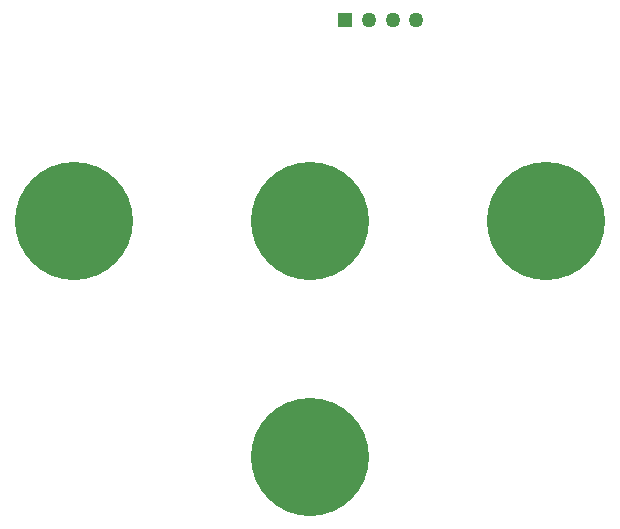
<source format=gbr>
G04 #@! TF.GenerationSoftware,KiCad,Pcbnew,(5.0.2)-1*
G04 #@! TF.CreationDate,2019-03-05T23:48:00-05:00*
G04 #@! TF.ProjectId,bikesenseCap,62696b65-7365-46e7-9365-4361702e6b69,REV E*
G04 #@! TF.SameCoordinates,Original*
G04 #@! TF.FileFunction,Paste,Bot*
G04 #@! TF.FilePolarity,Positive*
%FSLAX46Y46*%
G04 Gerber Fmt 4.6, Leading zero omitted, Abs format (unit mm)*
G04 Created by KiCad (PCBNEW (5.0.2)-1) date 3/5/2019 11:48:00 PM*
%MOMM*%
%LPD*%
G01*
G04 APERTURE LIST*
%ADD10C,10.000000*%
%ADD11R,1.270000X1.270000*%
%ADD12C,1.270000*%
G04 APERTURE END LIST*
D10*
G04 #@! TO.C,J5*
X150000000Y-120000000D03*
G04 #@! TD*
D11*
G04 #@! TO.C,J1*
X153000260Y-83000000D03*
D12*
X155001780Y-83000000D03*
X156998220Y-83000000D03*
X158999740Y-83000000D03*
G04 #@! TD*
D10*
G04 #@! TO.C,J2*
X130000000Y-100000000D03*
G04 #@! TD*
G04 #@! TO.C,J3*
X150000000Y-100000000D03*
G04 #@! TD*
G04 #@! TO.C,J4*
X170000000Y-100000000D03*
G04 #@! TD*
M02*

</source>
